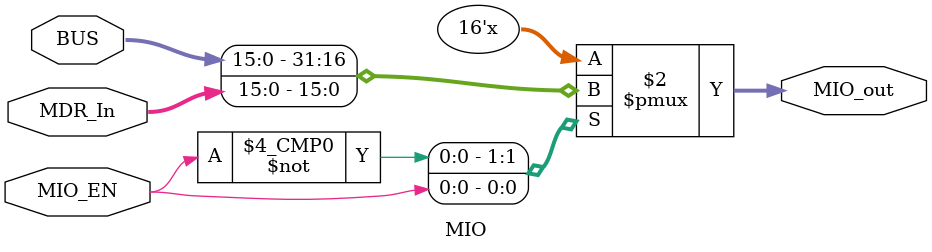
<source format=sv>
module MIO(	input logic MIO_EN,
				input logic [15:0] MDR_In, BUS,
				output logic [15:0] MIO_out
				);
				always_comb
				begin
				unique case(MIO_EN)
				1'b0: MIO_out = BUS;
				1'b1: MIO_out = MDR_In;
				endcase
				end
				endmodule
				
</source>
